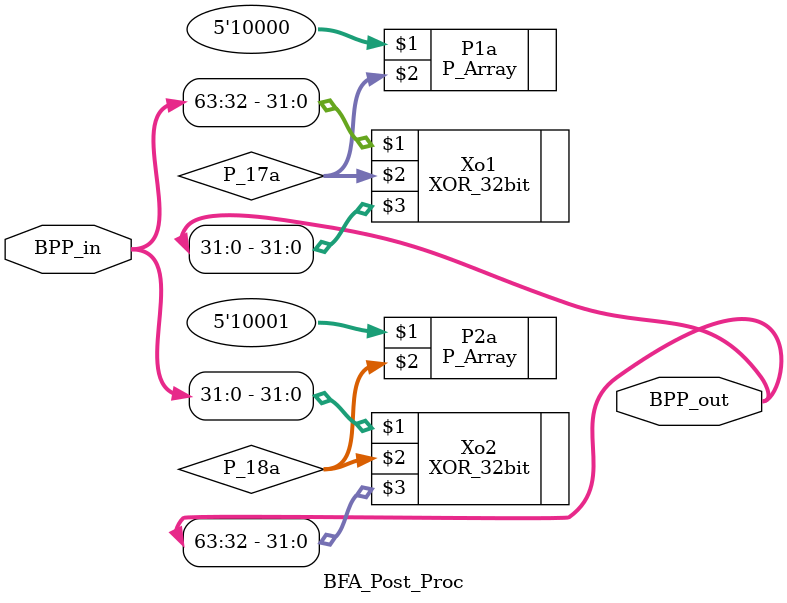
<source format=v>
module BFA_Post_Proc(BPP_in, BPP_out);

input [63:0] BPP_in;
output [63:0] BPP_out;

wire [31:0] P_17a, P_18a;

P_Array P1a(5'b10000,P_17a);
P_Array P2a(5'b10001,P_18a);

XOR_32bit Xo1(BPP_in[63:32], P_17a, BPP_out[31:0]);
XOR_32bit Xo2(BPP_in[31:0], P_18a, BPP_out[63:32]);

endmodule

</source>
